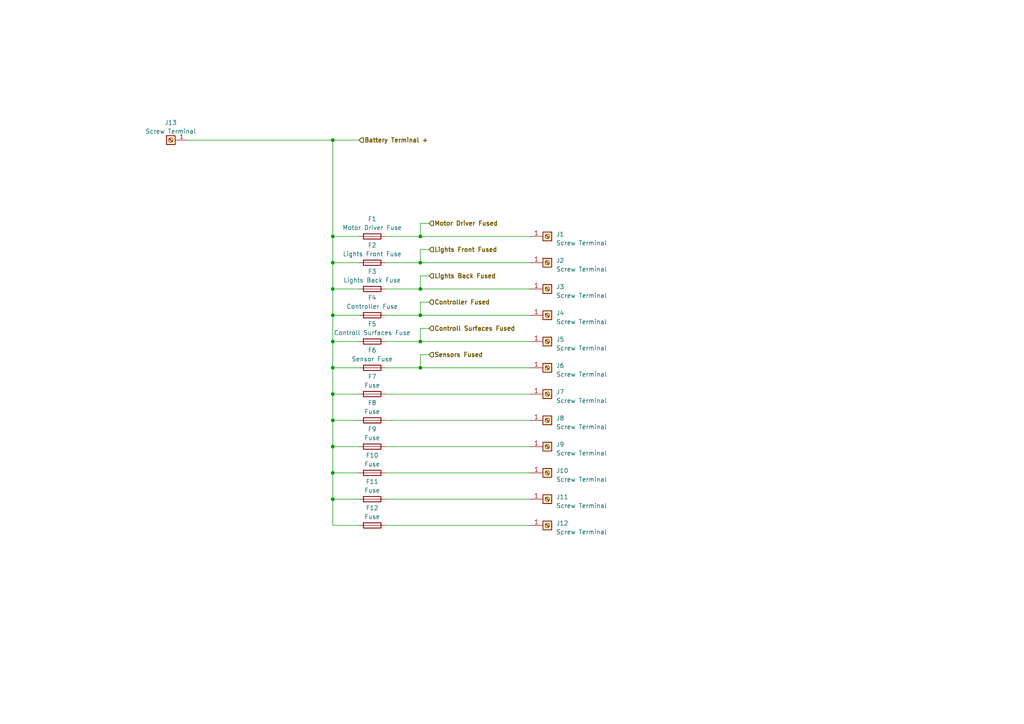
<source format=kicad_sch>
(kicad_sch (version 20230121) (generator eeschema)
  (paper "A4")
  (lib_symbols
    (symbol "Connector:Screw_Terminal_01x01" (pin_names (offset 1.016) hide)
      (property "Reference" "J" (at 0 2.54 0))
      (property "Value" "Screw_Terminal_01x01" (at 0 -2.54 0))
      (symbol "Screw_Terminal_01x01_1_1"
        (rectangle (start -1.27 1.27) (end 1.27 -1.27) (stroke (width 0.254)) (fill (type background)))
        (polyline (pts (xy -0.5334 0.3302) (xy 0.3302 -0.508)) (stroke (width 0.1524)))
        (polyline (pts (xy -0.3556 0.508) (xy 0.508 -0.3302)) (stroke (width 0.1524)))
        (circle (center 0 0) (radius 0.635) (stroke (width 0.1524)))
        (pin passive line (at -5.08 0 0) (length 3.81) (name "Pin_1") (number "1"))
      )
    )
    (symbol "Device:Fuse" (pin_numbers hide) (pin_names (offset 0))
      (property "Reference" "F" (at 2.032 0 90))
      (property "Value" "Fuse" (at -1.905 0 90))
      (symbol "Fuse_0_1"
        (rectangle (start -0.762 -2.54) (end 0.762 2.54) (stroke (width 0.254)))
        (polyline (pts (xy 0 2.54) (xy 0 -2.54)))
      )
      (symbol "Fuse_1_1"
        (pin passive line (at 0 3.81 270) (length 1.27) (name "~") (number "1"))
        (pin passive line (at 0 -3.81 90) (length 1.27) (name "~") (number "2"))
      )
    )
  )
  (junction (at 96.52 99.06))
  (junction (at 96.52 40.64))
  (junction (at 96.52 76.2))
  (junction (at 96.52 106.68))
  (junction (at 121.92 76.2))
  (junction (at 96.52 114.3))
  (junction (at 121.92 106.68))
  (junction (at 96.52 144.78))
  (junction (at 96.52 137.16))
  (junction (at 96.52 129.54))
  (junction (at 121.92 83.82))
  (junction (at 96.52 91.44))
  (junction (at 121.92 68.58))
  (junction (at 96.52 83.82))
  (junction (at 96.52 121.92))
  (junction (at 121.92 91.44))
  (junction (at 96.52 68.58))
  (junction (at 121.92 99.06))
  (wire (pts (xy 96.52 129.54) (xy 104.14 129.54)))
  (wire (pts (xy 124.46 72.39) (xy 121.92 72.39)))
  (wire (pts (xy 96.52 106.68) (xy 104.14 106.68)))
  (wire (pts (xy 124.46 95.25) (xy 121.92 95.25)))
  (wire (pts (xy 121.92 91.44) (xy 153.67 91.44)))
  (wire (pts (xy 111.76 152.4) (xy 153.67 152.4)))
  (wire (pts (xy 124.46 102.87) (xy 121.92 102.87)))
  (wire (pts (xy 121.92 72.39) (xy 121.92 76.2)))
  (wire (pts (xy 121.92 87.63) (xy 121.92 91.44)))
  (wire (pts (xy 96.52 91.44) (xy 96.52 99.06)))
  (wire (pts (xy 96.52 137.16) (xy 96.52 144.78)))
  (wire (pts (xy 96.52 68.58) (xy 96.52 76.2)))
  (wire (pts (xy 121.92 64.77) (xy 121.92 68.58)))
  (wire (pts (xy 121.92 106.68) (xy 153.67 106.68)))
  (wire (pts (xy 96.52 144.78) (xy 104.14 144.78)))
  (wire (pts (xy 96.52 114.3) (xy 96.52 121.92)))
  (wire (pts (xy 124.46 80.01) (xy 121.92 80.01)))
  (wire (pts (xy 54.61 40.64) (xy 96.52 40.64)))
  (wire (pts (xy 111.76 144.78) (xy 153.67 144.78)))
  (wire (pts (xy 124.46 64.77) (xy 121.92 64.77)))
  (wire (pts (xy 121.92 68.58) (xy 153.67 68.58)))
  (wire (pts (xy 121.92 83.82) (xy 153.67 83.82)))
  (wire (pts (xy 111.76 68.58) (xy 121.92 68.58)))
  (wire (pts (xy 96.52 83.82) (xy 96.52 91.44)))
  (wire (pts (xy 96.52 83.82) (xy 104.14 83.82)))
  (wire (pts (xy 96.52 40.64) (xy 96.52 68.58)))
  (wire (pts (xy 111.76 91.44) (xy 121.92 91.44)))
  (wire (pts (xy 96.52 121.92) (xy 96.52 129.54)))
  (wire (pts (xy 96.52 121.92) (xy 104.14 121.92)))
  (wire (pts (xy 111.76 114.3) (xy 153.67 114.3)))
  (wire (pts (xy 96.52 137.16) (xy 104.14 137.16)))
  (wire (pts (xy 96.52 91.44) (xy 104.14 91.44)))
  (wire (pts (xy 96.52 76.2) (xy 96.52 83.82)))
  (wire (pts (xy 111.76 129.54) (xy 153.67 129.54)))
  (wire (pts (xy 121.92 99.06) (xy 153.67 99.06)))
  (wire (pts (xy 96.52 68.58) (xy 104.14 68.58)))
  (wire (pts (xy 96.52 106.68) (xy 96.52 114.3)))
  (wire (pts (xy 111.76 76.2) (xy 121.92 76.2)))
  (wire (pts (xy 111.76 99.06) (xy 121.92 99.06)))
  (wire (pts (xy 96.52 99.06) (xy 96.52 106.68)))
  (wire (pts (xy 111.76 83.82) (xy 121.92 83.82)))
  (wire (pts (xy 124.46 87.63) (xy 121.92 87.63)))
  (wire (pts (xy 96.52 99.06) (xy 104.14 99.06)))
  (wire (pts (xy 111.76 106.68) (xy 121.92 106.68)))
  (wire (pts (xy 121.92 95.25) (xy 121.92 99.06)))
  (wire (pts (xy 96.52 144.78) (xy 96.52 152.4)))
  (wire (pts (xy 96.52 40.64) (xy 104.14 40.64)))
  (wire (pts (xy 96.52 114.3) (xy 104.14 114.3)))
  (wire (pts (xy 121.92 76.2) (xy 153.67 76.2)))
  (wire (pts (xy 121.92 80.01) (xy 121.92 83.82)))
  (wire (pts (xy 111.76 121.92) (xy 153.67 121.92)))
  (wire (pts (xy 121.92 102.87) (xy 121.92 106.68)))
  (wire (pts (xy 96.52 76.2) (xy 104.14 76.2)))
  (wire (pts (xy 111.76 137.16) (xy 153.67 137.16)))
  (wire (pts (xy 96.52 152.4) (xy 104.14 152.4)))
  (wire (pts (xy 96.52 129.54) (xy 96.52 137.16)))
  (hierarchical_label "Battery Terminal +" (shape input) (at 104.14 40.64 0) (effects (font bold)))
  (hierarchical_label "Sensors Fused" (shape input) (at 124.46 102.87 0) (effects (font bold)))
  (hierarchical_label "Controll Surfaces Fused" (shape input) (at 124.46 95.25 0) (effects (font bold)))
  (hierarchical_label "Motor Driver Fused" (shape input) (at 124.46 64.77 0) (effects (font bold)))
  (hierarchical_label "Lights Back Fused" (shape input) (at 124.46 80.01 0) (effects (font bold)))
  (hierarchical_label "Controller Fused" (shape input) (at 124.46 87.63 0) (effects (font bold)))
  (hierarchical_label "Lights Front Fused" (shape input) (at 124.46 72.39 0) (effects (font bold)))
  (symbol (lib_id "Device:Fuse") (at 107.95 68.58 90) (unit 1)
    (property "Reference" "F1" (at 107.95 63.5 90))
    (property "Value" "Motor Driver Fuse" (at 107.95 66.04 90))
    (instances (project "Parent" (path "" (reference "F1") (unit 1)) (path "" (reference "F13") (unit 1))))
  )
  (symbol (lib_id "Device:Fuse") (at 107.95 152.4 90) (unit 1)
    (property "Reference" "F12" (at 107.95 147.32 90))
    (property "Value" "Fuse" (at 107.95 149.86 90))
    (instances (project "Parent" (path "" (reference "F12") (unit 1)) (path "" (reference "F24") (unit 1))))
  )
  (symbol (lib_id "Device:Fuse") (at 107.95 129.54 90) (unit 1)
    (property "Reference" "F9" (at 107.95 124.46 90))
    (property "Value" "Fuse" (at 107.95 127 90))
    (instances (project "Parent" (path "" (reference "F9") (unit 1)) (path "" (reference "F21") (unit 1))))
  )
  (symbol (lib_id "Connector:Screw_Terminal_01x01") (at 158.75 106.68 0) (unit 1)
    (property "Reference" "J6" (at 161.29 106.045 0) (effects (justify left)))
    (property "Value" "Screw Terminal" (at 161.29 108.585 0) (effects (justify left)))
    (instances (project "Parent" (path "" (reference "J6") (unit 1)) (path "" (reference "J20") (unit 1))))
  )
  (symbol (lib_id "Connector:Screw_Terminal_01x01") (at 158.75 137.16 0) (unit 1)
    (property "Reference" "J10" (at 161.29 136.525 0) (effects (justify left)))
    (property "Value" "Screw Terminal" (at 161.29 139.065 0) (effects (justify left)))
    (instances (project "Parent" (path "" (reference "J10") (unit 1)) (path "" (reference "J24") (unit 1))))
  )
  (symbol (lib_id "Connector:Screw_Terminal_01x01") (at 158.75 114.3 0) (unit 1)
    (property "Reference" "J7" (at 161.29 113.665 0) (effects (justify left)))
    (property "Value" "Screw Terminal" (at 161.29 116.205 0) (effects (justify left)))
    (instances (project "Parent" (path "" (reference "J7") (unit 1)) (path "" (reference "J21") (unit 1))))
  )
  (symbol (lib_id "Connector:Screw_Terminal_01x01") (at 158.75 76.2 0) (unit 1)
    (property "Reference" "J2" (at 161.29 75.565 0) (effects (justify left)))
    (property "Value" "Screw Terminal" (at 161.29 78.105 0) (effects (justify left)))
    (instances (project "Parent" (path "" (reference "J2") (unit 1)) (path "" (reference "J16") (unit 1))))
  )
  (symbol (lib_id "Connector:Screw_Terminal_01x01") (at 158.75 83.82 0) (unit 1)
    (property "Reference" "J3" (at 161.29 83.185 0) (effects (justify left)))
    (property "Value" "Screw Terminal" (at 161.29 85.725 0) (effects (justify left)))
    (instances (project "Parent" (path "" (reference "J3") (unit 1)) (path "" (reference "J17") (unit 1))))
  )
  (symbol (lib_id "Device:Fuse") (at 107.95 83.82 90) (unit 1)
    (property "Reference" "F3" (at 107.95 78.74 90))
    (property "Value" "Lights Back Fuse" (at 107.95 81.28 90))
    (instances (project "Parent" (path "" (reference "F3") (unit 1)) (path "" (reference "F15") (unit 1))))
  )
  (symbol (lib_id "Connector:Screw_Terminal_01x01") (at 158.75 99.06 0) (unit 1)
    (property "Reference" "J5" (at 161.29 98.425 0) (effects (justify left)))
    (property "Value" "Screw Terminal" (at 161.29 100.965 0) (effects (justify left)))
    (instances (project "Parent" (path "" (reference "J5") (unit 1)) (path "" (reference "J19") (unit 1))))
  )
  (symbol (lib_id "Device:Fuse") (at 107.95 106.68 90) (unit 1)
    (property "Reference" "F6" (at 107.95 101.6 90))
    (property "Value" "Sensor Fuse" (at 107.95 104.14 90))
    (instances (project "Parent" (path "" (reference "F6") (unit 1)) (path "" (reference "F18") (unit 1))))
  )
  (symbol (lib_id "Connector:Screw_Terminal_01x01") (at 158.75 91.44 0) (unit 1)
    (property "Reference" "J4" (at 161.29 90.805 0) (effects (justify left)))
    (property "Value" "Screw Terminal" (at 161.29 93.345 0) (effects (justify left)))
    (instances (project "Parent" (path "" (reference "J4") (unit 1)) (path "" (reference "J18") (unit 1))))
  )
  (symbol (lib_id "Device:Fuse") (at 107.95 99.06 90) (unit 1)
    (property "Reference" "F5" (at 107.95 93.98 90))
    (property "Value" "Controll Surfaces Fuse" (at 107.95 96.52 90))
    (instances (project "Parent" (path "" (reference "F5") (unit 1)) (path "" (reference "F17") (unit 1))))
  )
  (symbol (lib_id "Connector:Screw_Terminal_01x01") (at 158.75 144.78 0) (unit 1)
    (property "Reference" "J11" (at 161.29 144.145 0) (effects (justify left)))
    (property "Value" "Screw Terminal" (at 161.29 146.685 0) (effects (justify left)))
    (instances (project "Parent" (path "" (reference "J11") (unit 1)) (path "" (reference "J25") (unit 1))))
  )
  (symbol (lib_id "Device:Fuse") (at 107.95 137.16 90) (unit 1)
    (property "Reference" "F10" (at 107.95 132.08 90))
    (property "Value" "Fuse" (at 107.95 134.62 90))
    (instances (project "Parent" (path "" (reference "F10") (unit 1)) (path "" (reference "F22") (unit 1))))
  )
  (symbol (lib_id "Connector:Screw_Terminal_01x01") (at 49.53 40.64 180) (unit 1)
    (property "Reference" "J13" (at 49.53 35.56 0))
    (property "Value" "Screw Terminal" (at 49.53 38.1 0))
  )
  (symbol (lib_id "Connector:Screw_Terminal_01x01") (at 158.75 68.58 0) (unit 1)
    (property "Reference" "J1" (at 161.29 67.945 0) (effects (justify left)))
    (property "Value" "Screw Terminal" (at 161.29 70.485 0) (effects (justify left)))
    (instances (project "Parent" (path "" (reference "J1") (unit 1)) (path "" (reference "J15") (unit 1))))
  )
  (symbol (lib_id "Device:Fuse") (at 107.95 76.2 90) (unit 1)
    (property "Reference" "F2" (at 107.95 71.12 90))
    (property "Value" "Lights Front Fuse" (at 107.95 73.66 90))
    (instances (project "Parent" (path "" (reference "F2") (unit 1)) (path "" (reference "F14") (unit 1))))
  )
  (symbol (lib_id "Connector:Screw_Terminal_01x01") (at 158.75 121.92 0) (unit 1)
    (property "Reference" "J8" (at 161.29 121.285 0) (effects (justify left)))
    (property "Value" "Screw Terminal" (at 161.29 123.825 0) (effects (justify left)))
    (instances (project "Parent" (path "" (reference "J8") (unit 1)) (path "" (reference "J22") (unit 1))))
  )
  (symbol (lib_id "Device:Fuse") (at 107.95 144.78 90) (unit 1)
    (property "Reference" "F11" (at 107.95 139.7 90))
    (property "Value" "Fuse" (at 107.95 142.24 90))
    (instances (project "Parent" (path "" (reference "F11") (unit 1)) (path "" (reference "F23") (unit 1))))
  )
  (symbol (lib_id "Device:Fuse") (at 107.95 121.92 90) (unit 1)
    (property "Reference" "F8" (at 107.95 116.84 90))
    (property "Value" "Fuse" (at 107.95 119.38 90))
    (instances (project "Parent" (path "" (reference "F8") (unit 1)) (path "" (reference "F20") (unit 1))))
  )
  (symbol (lib_id "Device:Fuse") (at 107.95 91.44 90) (unit 1)
    (property "Reference" "F4" (at 107.95 86.36 90))
    (property "Value" "Controller Fuse" (at 107.95 88.9 90))
    (instances (project "Parent" (path "" (reference "F4") (unit 1)) (path "" (reference "F16") (unit 1))))
  )
  (symbol (lib_id "Connector:Screw_Terminal_01x01") (at 158.75 129.54 0) (unit 1)
    (property "Reference" "J9" (at 161.29 128.905 0) (effects (justify left)))
    (property "Value" "Screw Terminal" (at 161.29 131.445 0) (effects (justify left)))
    (instances (project "Parent" (path "" (reference "J9") (unit 1)) (path "" (reference "J23") (unit 1))))
  )
  (symbol (lib_id "Connector:Screw_Terminal_01x01") (at 158.75 152.4 0) (unit 1)
    (property "Reference" "J12" (at 161.29 151.765 0) (effects (justify left)))
    (property "Value" "Screw Terminal" (at 161.29 154.305 0) (effects (justify left)))
    (instances (project "Parent" (path "" (reference "J12") (unit 1)) (path "" (reference "J26") (unit 1))))
  )
  (symbol (lib_id "Device:Fuse") (at 107.95 114.3 90) (unit 1)
    (property "Reference" "F7" (at 107.95 109.22 90))
    (property "Value" "Fuse" (at 107.95 111.76 90))
    (instances (project "Parent" (path "" (reference "F7") (unit 1)) (path "" (reference "F19") (unit 1))))
  )
)
</source>
